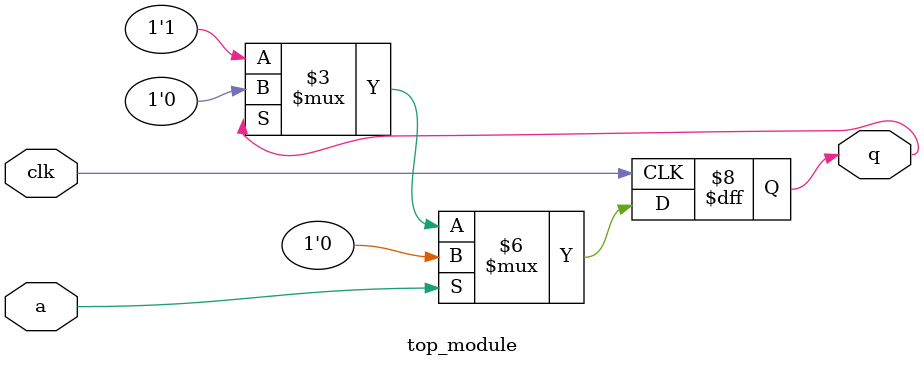
<source format=sv>
module top_module (
    input clk,
    input a, 
    output reg q
);

always @(posedge clk) begin
    if (a) begin
        q <= 1'b0;
    end else if (q) begin
        q <= 1'b0;
    end else begin
        q <= 1'b1;
    end
end

endmodule

</source>
